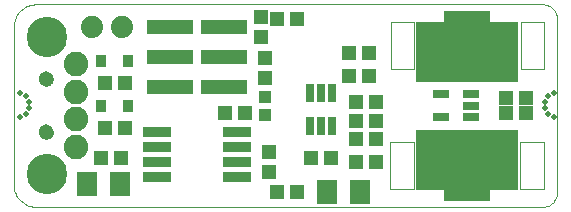
<source format=gts>
G75*
%MOIN*%
%OFA0B0*%
%FSLAX24Y24*%
%IPPOS*%
%LPD*%
%AMOC8*
5,1,8,0,0,1.08239X$1,22.5*
%
%ADD10C,0.0000*%
%ADD11C,0.0200*%
%ADD12R,0.0474X0.0513*%
%ADD13R,0.0328X0.0407*%
%ADD14C,0.0820*%
%ADD15C,0.1346*%
%ADD16C,0.0513*%
%ADD17R,0.0950X0.0320*%
%ADD18R,0.0297X0.0611*%
%ADD19R,0.0552X0.0297*%
%ADD20R,0.0513X0.0474*%
%ADD21R,0.1530X0.0474*%
%ADD22R,0.0395X0.0395*%
%ADD23C,0.0740*%
%ADD24R,0.0710X0.0789*%
%ADD25R,0.3387X0.2049*%
%ADD26R,0.1575X0.0630*%
%ADD27C,0.0039*%
D10*
X006773Y003863D02*
X023643Y003863D01*
X023687Y003865D01*
X023730Y003871D01*
X023772Y003880D01*
X023814Y003893D01*
X023854Y003910D01*
X023893Y003930D01*
X023930Y003953D01*
X023964Y003980D01*
X023997Y004009D01*
X024026Y004042D01*
X024053Y004076D01*
X024076Y004113D01*
X024096Y004152D01*
X024113Y004192D01*
X024126Y004234D01*
X024135Y004276D01*
X024141Y004319D01*
X024143Y004363D01*
X024143Y010109D01*
X024141Y010152D01*
X024136Y010196D01*
X024127Y010238D01*
X024114Y010280D01*
X024098Y010320D01*
X024078Y010359D01*
X024055Y010396D01*
X024029Y010431D01*
X024000Y010463D01*
X023968Y010493D01*
X023933Y010520D01*
X023897Y010544D01*
X023858Y010564D01*
X023818Y010581D01*
X023777Y010595D01*
X023734Y010605D01*
X023691Y010611D01*
X023647Y010613D01*
X023648Y010613D02*
X006777Y010613D01*
X006723Y010611D01*
X006670Y010605D01*
X006617Y010596D01*
X006565Y010582D01*
X006514Y010565D01*
X006464Y010545D01*
X006416Y010521D01*
X006369Y010493D01*
X006325Y010463D01*
X006283Y010429D01*
X006244Y010392D01*
X006207Y010353D01*
X006173Y010311D01*
X006143Y010267D01*
X006115Y010220D01*
X006091Y010172D01*
X006071Y010122D01*
X006054Y010071D01*
X006040Y010019D01*
X006031Y009966D01*
X006025Y009913D01*
X006023Y009859D01*
X006023Y004613D01*
X006025Y004559D01*
X006031Y004506D01*
X006040Y004454D01*
X006053Y004402D01*
X006070Y004351D01*
X006091Y004301D01*
X006115Y004254D01*
X006142Y004208D01*
X006173Y004164D01*
X006206Y004122D01*
X006243Y004083D01*
X006282Y004046D01*
X006324Y004013D01*
X006368Y003982D01*
X006414Y003955D01*
X006461Y003931D01*
X006511Y003910D01*
X006562Y003893D01*
X006614Y003880D01*
X006666Y003871D01*
X006719Y003865D01*
X006773Y003863D01*
X006892Y006352D02*
X006894Y006381D01*
X006900Y006409D01*
X006909Y006437D01*
X006922Y006463D01*
X006939Y006486D01*
X006958Y006508D01*
X006980Y006527D01*
X007005Y006542D01*
X007031Y006555D01*
X007059Y006563D01*
X007087Y006568D01*
X007116Y006569D01*
X007145Y006566D01*
X007173Y006559D01*
X007200Y006549D01*
X007226Y006535D01*
X007249Y006518D01*
X007270Y006498D01*
X007288Y006475D01*
X007303Y006450D01*
X007314Y006423D01*
X007322Y006395D01*
X007326Y006366D01*
X007326Y006338D01*
X007322Y006309D01*
X007314Y006281D01*
X007303Y006254D01*
X007288Y006229D01*
X007270Y006206D01*
X007249Y006186D01*
X007226Y006169D01*
X007200Y006155D01*
X007173Y006145D01*
X007145Y006138D01*
X007116Y006135D01*
X007087Y006136D01*
X007059Y006141D01*
X007031Y006149D01*
X007005Y006162D01*
X006980Y006177D01*
X006958Y006196D01*
X006939Y006218D01*
X006922Y006241D01*
X006909Y006267D01*
X006900Y006295D01*
X006894Y006323D01*
X006892Y006352D01*
X006163Y006863D02*
X006165Y006878D01*
X006170Y006892D01*
X006179Y006904D01*
X006191Y006914D01*
X006204Y006920D01*
X006219Y006923D01*
X006234Y006922D01*
X006249Y006917D01*
X006261Y006909D01*
X006272Y006898D01*
X006279Y006885D01*
X006283Y006871D01*
X006283Y006855D01*
X006279Y006841D01*
X006272Y006828D01*
X006261Y006817D01*
X006249Y006809D01*
X006234Y006804D01*
X006219Y006803D01*
X006204Y006806D01*
X006191Y006812D01*
X006179Y006822D01*
X006170Y006834D01*
X006165Y006848D01*
X006163Y006863D01*
X006363Y006963D02*
X006365Y006978D01*
X006370Y006992D01*
X006379Y007004D01*
X006391Y007014D01*
X006404Y007020D01*
X006419Y007023D01*
X006434Y007022D01*
X006449Y007017D01*
X006461Y007009D01*
X006472Y006998D01*
X006479Y006985D01*
X006483Y006971D01*
X006483Y006955D01*
X006479Y006941D01*
X006472Y006928D01*
X006461Y006917D01*
X006449Y006909D01*
X006434Y006904D01*
X006419Y006903D01*
X006404Y006906D01*
X006391Y006912D01*
X006379Y006922D01*
X006370Y006934D01*
X006365Y006948D01*
X006363Y006963D01*
X006463Y007163D02*
X006465Y007178D01*
X006470Y007192D01*
X006479Y007204D01*
X006491Y007214D01*
X006504Y007220D01*
X006519Y007223D01*
X006534Y007222D01*
X006549Y007217D01*
X006561Y007209D01*
X006572Y007198D01*
X006579Y007185D01*
X006583Y007171D01*
X006583Y007155D01*
X006579Y007141D01*
X006572Y007128D01*
X006561Y007117D01*
X006549Y007109D01*
X006534Y007104D01*
X006519Y007103D01*
X006504Y007106D01*
X006491Y007112D01*
X006479Y007122D01*
X006470Y007134D01*
X006465Y007148D01*
X006463Y007163D01*
X006463Y007363D02*
X006465Y007378D01*
X006470Y007392D01*
X006479Y007404D01*
X006491Y007414D01*
X006504Y007420D01*
X006519Y007423D01*
X006534Y007422D01*
X006549Y007417D01*
X006561Y007409D01*
X006572Y007398D01*
X006579Y007385D01*
X006583Y007371D01*
X006583Y007355D01*
X006579Y007341D01*
X006572Y007328D01*
X006561Y007317D01*
X006549Y007309D01*
X006534Y007304D01*
X006519Y007303D01*
X006504Y007306D01*
X006491Y007312D01*
X006479Y007322D01*
X006470Y007334D01*
X006465Y007348D01*
X006463Y007363D01*
X006363Y007563D02*
X006365Y007578D01*
X006370Y007592D01*
X006379Y007604D01*
X006391Y007614D01*
X006404Y007620D01*
X006419Y007623D01*
X006434Y007622D01*
X006449Y007617D01*
X006461Y007609D01*
X006472Y007598D01*
X006479Y007585D01*
X006483Y007571D01*
X006483Y007555D01*
X006479Y007541D01*
X006472Y007528D01*
X006461Y007517D01*
X006449Y007509D01*
X006434Y007504D01*
X006419Y007503D01*
X006404Y007506D01*
X006391Y007512D01*
X006379Y007522D01*
X006370Y007534D01*
X006365Y007548D01*
X006363Y007563D01*
X006163Y007663D02*
X006165Y007678D01*
X006170Y007692D01*
X006179Y007704D01*
X006191Y007714D01*
X006204Y007720D01*
X006219Y007723D01*
X006234Y007722D01*
X006249Y007717D01*
X006261Y007709D01*
X006272Y007698D01*
X006279Y007685D01*
X006283Y007671D01*
X006283Y007655D01*
X006279Y007641D01*
X006272Y007628D01*
X006261Y007617D01*
X006249Y007609D01*
X006234Y007604D01*
X006219Y007603D01*
X006204Y007606D01*
X006191Y007612D01*
X006179Y007622D01*
X006170Y007634D01*
X006165Y007648D01*
X006163Y007663D01*
X006892Y008124D02*
X006894Y008153D01*
X006900Y008181D01*
X006909Y008209D01*
X006922Y008235D01*
X006939Y008258D01*
X006958Y008280D01*
X006980Y008299D01*
X007005Y008314D01*
X007031Y008327D01*
X007059Y008335D01*
X007087Y008340D01*
X007116Y008341D01*
X007145Y008338D01*
X007173Y008331D01*
X007200Y008321D01*
X007226Y008307D01*
X007249Y008290D01*
X007270Y008270D01*
X007288Y008247D01*
X007303Y008222D01*
X007314Y008195D01*
X007322Y008167D01*
X007326Y008138D01*
X007326Y008110D01*
X007322Y008081D01*
X007314Y008053D01*
X007303Y008026D01*
X007288Y008001D01*
X007270Y007978D01*
X007249Y007958D01*
X007226Y007941D01*
X007200Y007927D01*
X007173Y007917D01*
X007145Y007910D01*
X007116Y007907D01*
X007087Y007908D01*
X007059Y007913D01*
X007031Y007921D01*
X007005Y007934D01*
X006980Y007949D01*
X006958Y007968D01*
X006939Y007990D01*
X006922Y008013D01*
X006909Y008039D01*
X006900Y008067D01*
X006894Y008095D01*
X006892Y008124D01*
X023663Y007363D02*
X023665Y007378D01*
X023670Y007392D01*
X023679Y007404D01*
X023691Y007414D01*
X023704Y007420D01*
X023719Y007423D01*
X023734Y007422D01*
X023749Y007417D01*
X023761Y007409D01*
X023772Y007398D01*
X023779Y007385D01*
X023783Y007371D01*
X023783Y007355D01*
X023779Y007341D01*
X023772Y007328D01*
X023761Y007317D01*
X023749Y007309D01*
X023734Y007304D01*
X023719Y007303D01*
X023704Y007306D01*
X023691Y007312D01*
X023679Y007322D01*
X023670Y007334D01*
X023665Y007348D01*
X023663Y007363D01*
X023663Y007163D02*
X023665Y007178D01*
X023670Y007192D01*
X023679Y007204D01*
X023691Y007214D01*
X023704Y007220D01*
X023719Y007223D01*
X023734Y007222D01*
X023749Y007217D01*
X023761Y007209D01*
X023772Y007198D01*
X023779Y007185D01*
X023783Y007171D01*
X023783Y007155D01*
X023779Y007141D01*
X023772Y007128D01*
X023761Y007117D01*
X023749Y007109D01*
X023734Y007104D01*
X023719Y007103D01*
X023704Y007106D01*
X023691Y007112D01*
X023679Y007122D01*
X023670Y007134D01*
X023665Y007148D01*
X023663Y007163D01*
X023763Y006963D02*
X023765Y006978D01*
X023770Y006992D01*
X023779Y007004D01*
X023791Y007014D01*
X023804Y007020D01*
X023819Y007023D01*
X023834Y007022D01*
X023849Y007017D01*
X023861Y007009D01*
X023872Y006998D01*
X023879Y006985D01*
X023883Y006971D01*
X023883Y006955D01*
X023879Y006941D01*
X023872Y006928D01*
X023861Y006917D01*
X023849Y006909D01*
X023834Y006904D01*
X023819Y006903D01*
X023804Y006906D01*
X023791Y006912D01*
X023779Y006922D01*
X023770Y006934D01*
X023765Y006948D01*
X023763Y006963D01*
X023963Y006863D02*
X023965Y006878D01*
X023970Y006892D01*
X023979Y006904D01*
X023991Y006914D01*
X024004Y006920D01*
X024019Y006923D01*
X024034Y006922D01*
X024049Y006917D01*
X024061Y006909D01*
X024072Y006898D01*
X024079Y006885D01*
X024083Y006871D01*
X024083Y006855D01*
X024079Y006841D01*
X024072Y006828D01*
X024061Y006817D01*
X024049Y006809D01*
X024034Y006804D01*
X024019Y006803D01*
X024004Y006806D01*
X023991Y006812D01*
X023979Y006822D01*
X023970Y006834D01*
X023965Y006848D01*
X023963Y006863D01*
X023763Y007563D02*
X023765Y007578D01*
X023770Y007592D01*
X023779Y007604D01*
X023791Y007614D01*
X023804Y007620D01*
X023819Y007623D01*
X023834Y007622D01*
X023849Y007617D01*
X023861Y007609D01*
X023872Y007598D01*
X023879Y007585D01*
X023883Y007571D01*
X023883Y007555D01*
X023879Y007541D01*
X023872Y007528D01*
X023861Y007517D01*
X023849Y007509D01*
X023834Y007504D01*
X023819Y007503D01*
X023804Y007506D01*
X023791Y007512D01*
X023779Y007522D01*
X023770Y007534D01*
X023765Y007548D01*
X023763Y007563D01*
X023963Y007663D02*
X023965Y007678D01*
X023970Y007692D01*
X023979Y007704D01*
X023991Y007714D01*
X024004Y007720D01*
X024019Y007723D01*
X024034Y007722D01*
X024049Y007717D01*
X024061Y007709D01*
X024072Y007698D01*
X024079Y007685D01*
X024083Y007671D01*
X024083Y007655D01*
X024079Y007641D01*
X024072Y007628D01*
X024061Y007617D01*
X024049Y007609D01*
X024034Y007604D01*
X024019Y007603D01*
X024004Y007606D01*
X023991Y007612D01*
X023979Y007622D01*
X023970Y007634D01*
X023965Y007648D01*
X023963Y007663D01*
D11*
X024023Y007663D03*
X023823Y007563D03*
X023723Y007363D03*
X023723Y007163D03*
X023823Y006963D03*
X024023Y006863D03*
X006523Y007163D03*
X006523Y007363D03*
X006423Y007563D03*
X006223Y007663D03*
X006423Y006963D03*
X006223Y006863D03*
D12*
X009063Y006488D03*
X009733Y006488D03*
X009608Y005488D03*
X008938Y005488D03*
X013063Y006988D03*
X013733Y006988D03*
X017438Y006738D03*
X018108Y006738D03*
X018108Y006113D03*
X017438Y006113D03*
X015483Y004363D03*
X014813Y004363D03*
X022438Y007488D03*
X023108Y007488D03*
X017858Y008988D03*
X017188Y008988D03*
X015483Y010113D03*
X014813Y010113D03*
X014273Y010197D03*
X014273Y009528D03*
X009733Y007988D03*
X009063Y007988D03*
D13*
X008945Y008738D03*
X009851Y008738D03*
X009851Y007238D03*
X008945Y007238D03*
D14*
X008093Y007681D03*
X008093Y008616D03*
X008093Y006794D03*
X008093Y005860D03*
D15*
X007148Y004954D03*
X007148Y009521D03*
D16*
X007109Y008124D03*
X007109Y006352D03*
D17*
X010818Y006363D03*
X010818Y005863D03*
X010818Y005363D03*
X010818Y004863D03*
X013468Y004863D03*
X013468Y005363D03*
X013468Y005863D03*
X013468Y006363D03*
D18*
X015899Y006571D03*
X016273Y006571D03*
X016647Y006571D03*
X016647Y007654D03*
X016273Y007654D03*
X015899Y007654D03*
D19*
X020261Y007612D03*
X021285Y007612D03*
X021285Y007238D03*
X021285Y006864D03*
X020261Y006864D03*
D20*
X022438Y006988D03*
X023108Y006988D03*
X018108Y007363D03*
X017438Y007363D03*
X017188Y008238D03*
X017858Y008238D03*
X014398Y008153D03*
X014398Y008822D03*
X014523Y005697D03*
X015938Y005488D03*
X016608Y005488D03*
X017438Y005363D03*
X018108Y005363D03*
X014523Y005028D03*
D21*
X013048Y007863D03*
X011248Y007863D03*
X011248Y008863D03*
X013048Y008863D03*
X013048Y009863D03*
X011248Y009863D03*
D22*
X014398Y007533D03*
X014398Y006943D03*
D23*
X009648Y009863D03*
X008648Y009863D03*
D24*
X008472Y004613D03*
X009574Y004613D03*
X016472Y004363D03*
X017574Y004363D03*
D25*
X021148Y005435D03*
X021148Y009041D03*
D26*
X021148Y010104D03*
X021148Y004372D03*
D27*
X021734Y004254D02*
X021734Y004490D01*
X020553Y004490D01*
X020553Y004254D01*
X021734Y004254D01*
X022916Y004450D02*
X023703Y004450D01*
X023703Y006025D01*
X022916Y006025D01*
X022916Y004450D01*
X019372Y004450D02*
X019372Y006025D01*
X018585Y006025D01*
X018585Y004450D01*
X019372Y004450D01*
X019380Y008450D02*
X018593Y008450D01*
X018593Y010025D01*
X019380Y010025D01*
X019380Y008450D01*
X020561Y009986D02*
X021742Y009986D01*
X021742Y010222D01*
X020561Y010222D01*
X020561Y009986D01*
X022923Y010025D02*
X022923Y008450D01*
X023711Y008450D01*
X023711Y010025D01*
X022923Y010025D01*
M02*

</source>
